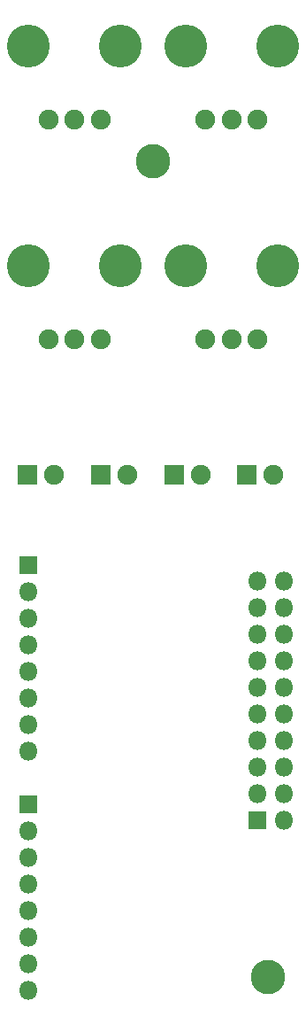
<source format=gbr>
%TF.GenerationSoftware,KiCad,Pcbnew,(5.1.6)-1*%
%TF.CreationDate,2021-02-15T17:49:45+00:00*%
%TF.ProjectId,p3module,70336d6f-6475-46c6-952e-6b696361645f,rev?*%
%TF.SameCoordinates,Original*%
%TF.FileFunction,Soldermask,Top*%
%TF.FilePolarity,Negative*%
%FSLAX46Y46*%
G04 Gerber Fmt 4.6, Leading zero omitted, Abs format (unit mm)*
G04 Created by KiCad (PCBNEW (5.1.6)-1) date 2021-02-15 17:49:45*
%MOMM*%
%LPD*%
G01*
G04 APERTURE LIST*
%ADD10O,1.800000X1.800000*%
%ADD11R,1.800000X1.800000*%
%ADD12C,4.100000*%
%ADD13C,1.900000*%
%ADD14C,3.300000*%
%ADD15R,1.900000X1.900000*%
G04 APERTURE END LIST*
D10*
%TO.C,J2*%
X62540000Y-103140000D03*
X60000000Y-103140000D03*
X62540000Y-105680000D03*
X60000000Y-105680000D03*
X62540000Y-108220000D03*
X60000000Y-108220000D03*
X62540000Y-110760000D03*
X60000000Y-110760000D03*
X62540000Y-113300000D03*
X60000000Y-113300000D03*
X62540000Y-115840000D03*
X60000000Y-115840000D03*
X62540000Y-118380000D03*
X60000000Y-118380000D03*
X62540000Y-120920000D03*
X60000000Y-120920000D03*
X62540000Y-123460000D03*
X60000000Y-123460000D03*
X62540000Y-126000000D03*
D11*
X60000000Y-126000000D03*
%TD*%
D12*
%TO.C,RV4*%
X61900000Y-73000000D03*
X53100000Y-73000000D03*
D13*
X60000000Y-80000000D03*
X57500000Y-80000000D03*
X55000000Y-80000000D03*
%TD*%
D12*
%TO.C,RV3*%
X46900000Y-73000000D03*
X38100000Y-73000000D03*
D13*
X45000000Y-80000000D03*
X42500000Y-80000000D03*
X40000000Y-80000000D03*
%TD*%
D12*
%TO.C,RV2*%
X61900000Y-52000000D03*
X53100000Y-52000000D03*
D13*
X60000000Y-59000000D03*
X57500000Y-59000000D03*
X55000000Y-59000000D03*
%TD*%
D12*
%TO.C,RV1*%
X46900000Y-52000000D03*
X38100000Y-52000000D03*
D13*
X45000000Y-59000000D03*
X42500000Y-59000000D03*
X40000000Y-59000000D03*
%TD*%
D10*
%TO.C,J3*%
X38100000Y-119380000D03*
X38100000Y-116840000D03*
X38100000Y-114300000D03*
X38100000Y-111760000D03*
X38100000Y-109220000D03*
X38100000Y-106680000D03*
X38100000Y-104140000D03*
D11*
X38100000Y-101600000D03*
%TD*%
D10*
%TO.C,J1*%
X38100000Y-142240000D03*
X38100000Y-139700000D03*
X38100000Y-137160000D03*
X38100000Y-134620000D03*
X38100000Y-132080000D03*
X38100000Y-129540000D03*
X38100000Y-127000000D03*
D11*
X38100000Y-124460000D03*
%TD*%
D14*
%TO.C,H2*%
X61000000Y-141000000D03*
%TD*%
%TO.C,H1*%
X50000000Y-63000000D03*
%TD*%
D13*
%TO.C,D4*%
X61540000Y-93000000D03*
D15*
X59000000Y-93000000D03*
%TD*%
D13*
%TO.C,D3*%
X54540000Y-93000000D03*
D15*
X52000000Y-93000000D03*
%TD*%
D13*
%TO.C,D2*%
X47540000Y-93000000D03*
D15*
X45000000Y-93000000D03*
%TD*%
D13*
%TO.C,D1*%
X40540000Y-93000000D03*
D15*
X38000000Y-93000000D03*
%TD*%
M02*

</source>
